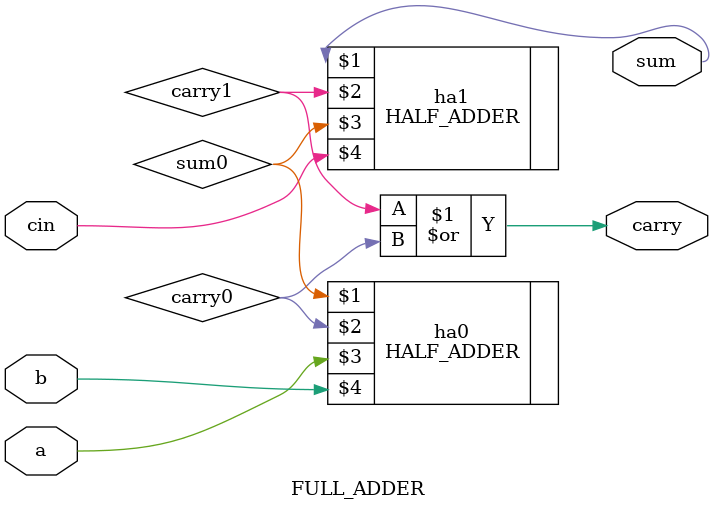
<source format=v>
module FULL_ADDER(sum,carry,a,b,cin);
input a,b,cin;
output sum,carry;
HALF_ADDER ha0(sum0,carry0,a,b);
HALF_ADDER ha1(sum,carry1,sum0,cin);
or(carry,carry1,carry0);
endmodule

</source>
